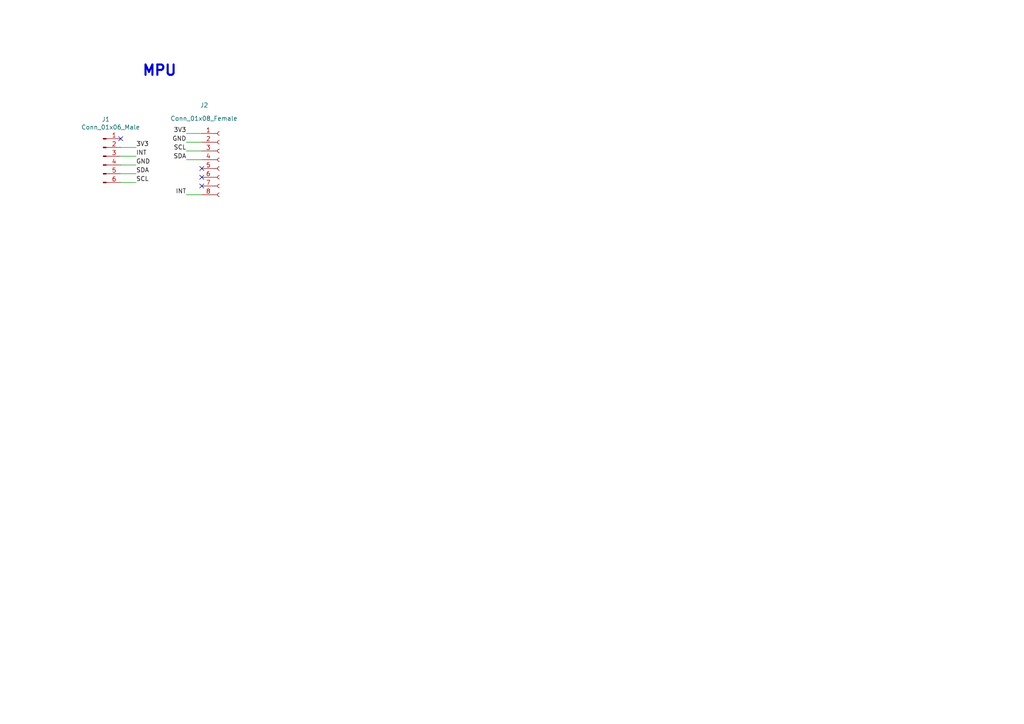
<source format=kicad_sch>
(kicad_sch (version 20211123) (generator eeschema)
  (paper "A4")
  (lib_symbols
    (symbol "Connector:Conn_01x06_Male" (pin_names (offset 1.016) hide)
      (property "Reference" "J" (at 0 7.62 0))
      (property "Value" "Conn_01x06_Male" (at 0 -10.16 0))
      (symbol "Conn_01x06_Male_1_1"
        (polyline (pts (xy 1.27 -7.62) (xy 0.8636 -7.62)) (stroke (width 0.1524)))
        (polyline (pts (xy 1.27 -5.08) (xy 0.8636 -5.08)) (stroke (width 0.1524)))
        (polyline (pts (xy 1.27 -2.54) (xy 0.8636 -2.54)) (stroke (width 0.1524)))
        (polyline (pts (xy 1.27 0) (xy 0.8636 0)) (stroke (width 0.1524)))
        (polyline (pts (xy 1.27 2.54) (xy 0.8636 2.54)) (stroke (width 0.1524)))
        (polyline (pts (xy 1.27 5.08) (xy 0.8636 5.08)) (stroke (width 0.1524)))
        (rectangle (start 0.8636 -7.493) (end 0 -7.747) (stroke (width 0.1524)) (fill (type outline)))
        (rectangle (start 0.8636 -4.953) (end 0 -5.207) (stroke (width 0.1524)) (fill (type outline)))
        (rectangle (start 0.8636 -2.413) (end 0 -2.667) (stroke (width 0.1524)) (fill (type outline)))
        (rectangle (start 0.8636 0.127) (end 0 -0.127) (stroke (width 0.1524)) (fill (type outline)))
        (rectangle (start 0.8636 2.667) (end 0 2.413) (stroke (width 0.1524)) (fill (type outline)))
        (rectangle (start 0.8636 5.207) (end 0 4.953) (stroke (width 0.1524)) (fill (type outline)))
        (pin passive line (at 5.08 5.08 180) (length 3.81) (name "Pin_1") (number "1"))
        (pin passive line (at 5.08 2.54 180) (length 3.81) (name "Pin_2") (number "2"))
        (pin passive line (at 5.08 0 180) (length 3.81) (name "Pin_3") (number "3"))
        (pin passive line (at 5.08 -2.54 180) (length 3.81) (name "Pin_4") (number "4"))
        (pin passive line (at 5.08 -5.08 180) (length 3.81) (name "Pin_5") (number "5"))
        (pin passive line (at 5.08 -7.62 180) (length 3.81) (name "Pin_6") (number "6"))
      )
    )
    (symbol "Connector:Conn_01x08_Female" (pin_names (offset 1.016) hide)
      (property "Reference" "J" (at 0 10.16 0))
      (property "Value" "Conn_01x08_Female" (at 0 -12.7 0))
      (symbol "Conn_01x08_Female_1_1"
        (arc (start 0 -9.652) (mid -0.508 -10.16) (end 0 -10.668) (stroke (width 0.1524)))
        (arc (start 0 -7.112) (mid -0.508 -7.62) (end 0 -8.128) (stroke (width 0.1524)))
        (arc (start 0 -4.572) (mid -0.508 -5.08) (end 0 -5.588) (stroke (width 0.1524)))
        (arc (start 0 -2.032) (mid -0.508 -2.54) (end 0 -3.048) (stroke (width 0.1524)))
        (polyline (pts (xy -1.27 -10.16) (xy -0.508 -10.16)) (stroke (width 0.1524)))
        (polyline (pts (xy -1.27 -7.62) (xy -0.508 -7.62)) (stroke (width 0.1524)))
        (polyline (pts (xy -1.27 -5.08) (xy -0.508 -5.08)) (stroke (width 0.1524)))
        (polyline (pts (xy -1.27 -2.54) (xy -0.508 -2.54)) (stroke (width 0.1524)))
        (polyline (pts (xy -1.27 0) (xy -0.508 0)) (stroke (width 0.1524)))
        (polyline (pts (xy -1.27 2.54) (xy -0.508 2.54)) (stroke (width 0.1524)))
        (polyline (pts (xy -1.27 5.08) (xy -0.508 5.08)) (stroke (width 0.1524)))
        (polyline (pts (xy -1.27 7.62) (xy -0.508 7.62)) (stroke (width 0.1524)))
        (arc (start 0 0.508) (mid -0.508 0) (end 0 -0.508) (stroke (width 0.1524)))
        (arc (start 0 3.048) (mid -0.508 2.54) (end 0 2.032) (stroke (width 0.1524)))
        (arc (start 0 5.588) (mid -0.508 5.08) (end 0 4.572) (stroke (width 0.1524)))
        (arc (start 0 8.128) (mid -0.508 7.62) (end 0 7.112) (stroke (width 0.1524)))
        (pin passive line (at -5.08 7.62 0) (length 3.81) (name "Pin_1") (number "1"))
        (pin passive line (at -5.08 5.08 0) (length 3.81) (name "Pin_2") (number "2"))
        (pin passive line (at -5.08 2.54 0) (length 3.81) (name "Pin_3") (number "3"))
        (pin passive line (at -5.08 0 0) (length 3.81) (name "Pin_4") (number "4"))
        (pin passive line (at -5.08 -2.54 0) (length 3.81) (name "Pin_5") (number "5"))
        (pin passive line (at -5.08 -5.08 0) (length 3.81) (name "Pin_6") (number "6"))
        (pin passive line (at -5.08 -7.62 0) (length 3.81) (name "Pin_7") (number "7"))
        (pin passive line (at -5.08 -10.16 0) (length 3.81) (name "Pin_8") (number "8"))
      )
    )
  )
  (no_connect (at 58.5216 53.9496))
  (no_connect (at 58.5216 48.8696))
  (no_connect (at 35.0012 40.2336))
  (no_connect (at 58.5216 51.4096))
  (wire (pts (xy 58.5216 43.7896) (xy 54.0512 43.7896)))
  (wire (pts (xy 35.0012 52.9336) (xy 39.4716 52.9336)))
  (wire (pts (xy 58.5216 41.2496) (xy 54.0512 41.2496)))
  (wire (pts (xy 58.5216 56.4896) (xy 54.0512 56.4896)))
  (wire (pts (xy 35.0012 45.3136) (xy 39.4716 45.3136)))
  (wire (pts (xy 35.0012 50.3936) (xy 39.4716 50.3936)))
  (wire (pts (xy 58.5216 38.7096) (xy 54.0512 38.7096)))
  (wire (pts (xy 35.0012 47.8536) (xy 39.4716 47.8536)))
  (wire (pts (xy 58.5216 46.3296) (xy 54.0512 46.3296)))
  (wire (pts (xy 35.0012 42.7736) (xy 39.4716 42.7736)))
  (text "MPU" (at 41.0972 22.352 0) (effects (font (size 3 3) (thickness 0.6) bold) (justify left bottom)))
  (label "GND" (at 39.4716 47.8536 0))
  (label "3V3" (at 39.4716 42.7736 0))
  (label "SDA" (at 54.0512 46.3296 180))
  (label "GND" (at 54.0512 41.2496 180))
  (label "3V3" (at 54.0512 38.7096 180))
  (label "SDA" (at 39.4716 50.3936 0))
  (label "SCL" (at 39.4716 52.9336 0))
  (label "SCL" (at 54.0512 43.7896 180))
  (label "INT" (at 39.4716 45.3136 0))
  (label "INT" (at 54.0512 56.4896 180))
  (symbol (lib_id "Connector:Conn_01x08_Female") (at 63.6016 46.3296 0) (unit 1)
    (property "Reference" "J2" (at 58.039 30.5054 0) (effects (justify left)))
    (property "Value" "Conn_01x08_Female" (at 49.403 34.3662 0) (effects (justify left)))
    (property "Footprint" "component_libraries:1X08" (effects hide))
  )
  (symbol (lib_id "Connector:Conn_01x06_Male") (at 29.9212 45.3136 0) (unit 1)
    (property "Reference" "J1" (at 30.6832 34.6202 0))
    (property "Value" "Conn_01x06_Male" (at 32.0802 36.9062 0))
    (property "Footprint" "Connector_PinHeader_2.54mm:PinHeader_1x06_P2.54mm_Vertical" (effects hide))
  )
)
</source>
